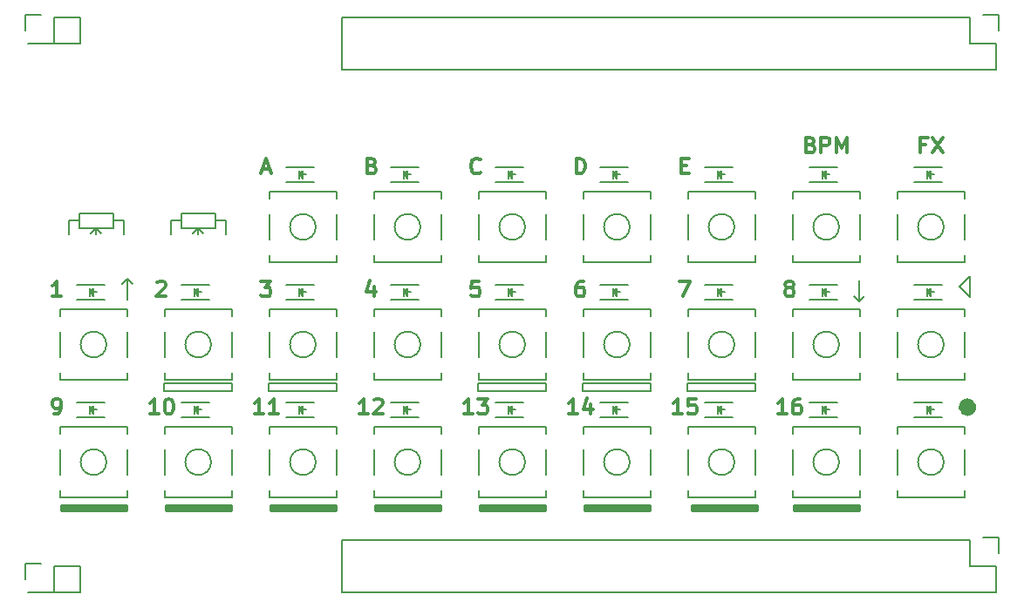
<source format=gto>
G04 #@! TF.FileFunction,Legend,Top*
%FSLAX46Y46*%
G04 Gerber Fmt 4.6, Leading zero omitted, Abs format (unit mm)*
G04 Created by KiCad (PCBNEW 4.0.4+dfsg1-stable) date Wed Nov 30 20:07:11 2016*
%MOMM*%
%LPD*%
G01*
G04 APERTURE LIST*
%ADD10C,0.100000*%
%ADD11C,0.200000*%
%ADD12C,0.300000*%
%ADD13C,1.000000*%
%ADD14C,0.150000*%
%ADD15C,0.254000*%
G04 APERTURE END LIST*
D10*
D11*
X161925000Y-109347000D02*
X161925000Y-111379000D01*
X161925000Y-111379000D02*
X162433000Y-110871000D01*
X161925000Y-111379000D02*
X161417000Y-110871000D01*
X90932000Y-109220000D02*
X91440000Y-109728000D01*
X90932000Y-109220000D02*
X90424000Y-109728000D01*
X90932000Y-111252000D02*
X90932000Y-109220000D01*
X135128000Y-119380000D02*
X141732000Y-119380000D01*
X141732000Y-120142000D02*
X135128000Y-120142000D01*
X141732000Y-119380000D02*
X141732000Y-120142000D01*
X135128000Y-119380000D02*
X135128000Y-120142000D01*
X124968000Y-119380000D02*
X131572000Y-119380000D01*
X131572000Y-120142000D02*
X124968000Y-120142000D01*
X131572000Y-119380000D02*
X131572000Y-120142000D01*
X124968000Y-119380000D02*
X124968000Y-120142000D01*
X104648000Y-119380000D02*
X104648000Y-120142000D01*
X111252000Y-119380000D02*
X111252000Y-120142000D01*
X111252000Y-120142000D02*
X104648000Y-120142000D01*
X104648000Y-119380000D02*
X111252000Y-119380000D01*
X94488000Y-119380000D02*
X101092000Y-119380000D01*
X101092000Y-120142000D02*
X94488000Y-120142000D01*
X101092000Y-119380000D02*
X101092000Y-120142000D01*
X94488000Y-119380000D02*
X94488000Y-120142000D01*
X145288000Y-119380000D02*
X145288000Y-120142000D01*
X151892000Y-119380000D02*
X151892000Y-120142000D01*
X151892000Y-120142000D02*
X145288000Y-120142000D01*
X145288000Y-119380000D02*
X151892000Y-119380000D01*
D12*
X144712572Y-98190857D02*
X145212572Y-98190857D01*
X145426858Y-98976571D02*
X144712572Y-98976571D01*
X144712572Y-97476571D01*
X145426858Y-97476571D01*
X134481143Y-98976571D02*
X134481143Y-97476571D01*
X134838286Y-97476571D01*
X135052571Y-97548000D01*
X135195429Y-97690857D01*
X135266857Y-97833714D01*
X135338286Y-98119429D01*
X135338286Y-98333714D01*
X135266857Y-98619429D01*
X135195429Y-98762286D01*
X135052571Y-98905143D01*
X134838286Y-98976571D01*
X134481143Y-98976571D01*
X125178286Y-98833714D02*
X125106857Y-98905143D01*
X124892571Y-98976571D01*
X124749714Y-98976571D01*
X124535429Y-98905143D01*
X124392571Y-98762286D01*
X124321143Y-98619429D01*
X124249714Y-98333714D01*
X124249714Y-98119429D01*
X124321143Y-97833714D01*
X124392571Y-97690857D01*
X124535429Y-97548000D01*
X124749714Y-97476571D01*
X124892571Y-97476571D01*
X125106857Y-97548000D01*
X125178286Y-97619429D01*
X114661143Y-98190857D02*
X114875429Y-98262286D01*
X114946857Y-98333714D01*
X115018286Y-98476571D01*
X115018286Y-98690857D01*
X114946857Y-98833714D01*
X114875429Y-98905143D01*
X114732571Y-98976571D01*
X114161143Y-98976571D01*
X114161143Y-97476571D01*
X114661143Y-97476571D01*
X114804000Y-97548000D01*
X114875429Y-97619429D01*
X114946857Y-97762286D01*
X114946857Y-97905143D01*
X114875429Y-98048000D01*
X114804000Y-98119429D01*
X114661143Y-98190857D01*
X114161143Y-98190857D01*
X104036857Y-98548000D02*
X104751143Y-98548000D01*
X103894000Y-98976571D02*
X104394000Y-97476571D01*
X104894000Y-98976571D01*
X157250000Y-96158857D02*
X157464286Y-96230286D01*
X157535714Y-96301714D01*
X157607143Y-96444571D01*
X157607143Y-96658857D01*
X157535714Y-96801714D01*
X157464286Y-96873143D01*
X157321428Y-96944571D01*
X156750000Y-96944571D01*
X156750000Y-95444571D01*
X157250000Y-95444571D01*
X157392857Y-95516000D01*
X157464286Y-95587429D01*
X157535714Y-95730286D01*
X157535714Y-95873143D01*
X157464286Y-96016000D01*
X157392857Y-96087429D01*
X157250000Y-96158857D01*
X156750000Y-96158857D01*
X158250000Y-96944571D02*
X158250000Y-95444571D01*
X158821428Y-95444571D01*
X158964286Y-95516000D01*
X159035714Y-95587429D01*
X159107143Y-95730286D01*
X159107143Y-95944571D01*
X159035714Y-96087429D01*
X158964286Y-96158857D01*
X158821428Y-96230286D01*
X158250000Y-96230286D01*
X159750000Y-96944571D02*
X159750000Y-95444571D01*
X160250000Y-96516000D01*
X160750000Y-95444571D01*
X160750000Y-96944571D01*
X168410001Y-96158857D02*
X167910001Y-96158857D01*
X167910001Y-96944571D02*
X167910001Y-95444571D01*
X168624287Y-95444571D01*
X169052858Y-95444571D02*
X170052858Y-96944571D01*
X170052858Y-95444571D02*
X169052858Y-96944571D01*
X154908286Y-122344571D02*
X154051143Y-122344571D01*
X154479715Y-122344571D02*
X154479715Y-120844571D01*
X154336858Y-121058857D01*
X154194000Y-121201714D01*
X154051143Y-121273143D01*
X156194000Y-120844571D02*
X155908286Y-120844571D01*
X155765429Y-120916000D01*
X155694000Y-120987429D01*
X155551143Y-121201714D01*
X155479714Y-121487429D01*
X155479714Y-122058857D01*
X155551143Y-122201714D01*
X155622571Y-122273143D01*
X155765429Y-122344571D01*
X156051143Y-122344571D01*
X156194000Y-122273143D01*
X156265429Y-122201714D01*
X156336857Y-122058857D01*
X156336857Y-121701714D01*
X156265429Y-121558857D01*
X156194000Y-121487429D01*
X156051143Y-121416000D01*
X155765429Y-121416000D01*
X155622571Y-121487429D01*
X155551143Y-121558857D01*
X155479714Y-121701714D01*
X144748286Y-122344571D02*
X143891143Y-122344571D01*
X144319715Y-122344571D02*
X144319715Y-120844571D01*
X144176858Y-121058857D01*
X144034000Y-121201714D01*
X143891143Y-121273143D01*
X146105429Y-120844571D02*
X145391143Y-120844571D01*
X145319714Y-121558857D01*
X145391143Y-121487429D01*
X145534000Y-121416000D01*
X145891143Y-121416000D01*
X146034000Y-121487429D01*
X146105429Y-121558857D01*
X146176857Y-121701714D01*
X146176857Y-122058857D01*
X146105429Y-122201714D01*
X146034000Y-122273143D01*
X145891143Y-122344571D01*
X145534000Y-122344571D01*
X145391143Y-122273143D01*
X145319714Y-122201714D01*
X134588286Y-122344571D02*
X133731143Y-122344571D01*
X134159715Y-122344571D02*
X134159715Y-120844571D01*
X134016858Y-121058857D01*
X133874000Y-121201714D01*
X133731143Y-121273143D01*
X135874000Y-121344571D02*
X135874000Y-122344571D01*
X135516857Y-120773143D02*
X135159714Y-121844571D01*
X136088286Y-121844571D01*
X124428286Y-122344571D02*
X123571143Y-122344571D01*
X123999715Y-122344571D02*
X123999715Y-120844571D01*
X123856858Y-121058857D01*
X123714000Y-121201714D01*
X123571143Y-121273143D01*
X124928286Y-120844571D02*
X125856857Y-120844571D01*
X125356857Y-121416000D01*
X125571143Y-121416000D01*
X125714000Y-121487429D01*
X125785429Y-121558857D01*
X125856857Y-121701714D01*
X125856857Y-122058857D01*
X125785429Y-122201714D01*
X125714000Y-122273143D01*
X125571143Y-122344571D01*
X125142571Y-122344571D01*
X124999714Y-122273143D01*
X124928286Y-122201714D01*
X114268286Y-122344571D02*
X113411143Y-122344571D01*
X113839715Y-122344571D02*
X113839715Y-120844571D01*
X113696858Y-121058857D01*
X113554000Y-121201714D01*
X113411143Y-121273143D01*
X114839714Y-120987429D02*
X114911143Y-120916000D01*
X115054000Y-120844571D01*
X115411143Y-120844571D01*
X115554000Y-120916000D01*
X115625429Y-120987429D01*
X115696857Y-121130286D01*
X115696857Y-121273143D01*
X115625429Y-121487429D01*
X114768286Y-122344571D01*
X115696857Y-122344571D01*
X104108286Y-122344571D02*
X103251143Y-122344571D01*
X103679715Y-122344571D02*
X103679715Y-120844571D01*
X103536858Y-121058857D01*
X103394000Y-121201714D01*
X103251143Y-121273143D01*
X105536857Y-122344571D02*
X104679714Y-122344571D01*
X105108286Y-122344571D02*
X105108286Y-120844571D01*
X104965429Y-121058857D01*
X104822571Y-121201714D01*
X104679714Y-121273143D01*
X93948286Y-122344571D02*
X93091143Y-122344571D01*
X93519715Y-122344571D02*
X93519715Y-120844571D01*
X93376858Y-121058857D01*
X93234000Y-121201714D01*
X93091143Y-121273143D01*
X94876857Y-120844571D02*
X95019714Y-120844571D01*
X95162571Y-120916000D01*
X95234000Y-120987429D01*
X95305429Y-121130286D01*
X95376857Y-121416000D01*
X95376857Y-121773143D01*
X95305429Y-122058857D01*
X95234000Y-122201714D01*
X95162571Y-122273143D01*
X95019714Y-122344571D01*
X94876857Y-122344571D01*
X94734000Y-122273143D01*
X94662571Y-122201714D01*
X94591143Y-122058857D01*
X94519714Y-121773143D01*
X94519714Y-121416000D01*
X94591143Y-121130286D01*
X94662571Y-120987429D01*
X94734000Y-120916000D01*
X94876857Y-120844571D01*
X83788286Y-122344571D02*
X84074001Y-122344571D01*
X84216858Y-122273143D01*
X84288286Y-122201714D01*
X84431144Y-121987429D01*
X84502572Y-121701714D01*
X84502572Y-121130286D01*
X84431144Y-120987429D01*
X84359715Y-120916000D01*
X84216858Y-120844571D01*
X83931144Y-120844571D01*
X83788286Y-120916000D01*
X83716858Y-120987429D01*
X83645429Y-121130286D01*
X83645429Y-121487429D01*
X83716858Y-121630286D01*
X83788286Y-121701714D01*
X83931144Y-121773143D01*
X84216858Y-121773143D01*
X84359715Y-121701714D01*
X84431144Y-121630286D01*
X84502572Y-121487429D01*
D11*
X172720000Y-110998000D02*
X172720000Y-108966000D01*
X171704000Y-109982000D02*
X172720000Y-110998000D01*
X172720000Y-108966000D02*
X171704000Y-109982000D01*
D13*
X172825210Y-121666000D02*
G75*
G03X172825210Y-121666000I-359210J0D01*
G01*
D12*
X155051144Y-110057429D02*
X154908286Y-109986000D01*
X154836858Y-109914571D01*
X154765429Y-109771714D01*
X154765429Y-109700286D01*
X154836858Y-109557429D01*
X154908286Y-109486000D01*
X155051144Y-109414571D01*
X155336858Y-109414571D01*
X155479715Y-109486000D01*
X155551144Y-109557429D01*
X155622572Y-109700286D01*
X155622572Y-109771714D01*
X155551144Y-109914571D01*
X155479715Y-109986000D01*
X155336858Y-110057429D01*
X155051144Y-110057429D01*
X154908286Y-110128857D01*
X154836858Y-110200286D01*
X154765429Y-110343143D01*
X154765429Y-110628857D01*
X154836858Y-110771714D01*
X154908286Y-110843143D01*
X155051144Y-110914571D01*
X155336858Y-110914571D01*
X155479715Y-110843143D01*
X155551144Y-110771714D01*
X155622572Y-110628857D01*
X155622572Y-110343143D01*
X155551144Y-110200286D01*
X155479715Y-110128857D01*
X155336858Y-110057429D01*
X144534001Y-109414571D02*
X145534001Y-109414571D01*
X144891144Y-110914571D01*
X135159715Y-109414571D02*
X134874001Y-109414571D01*
X134731144Y-109486000D01*
X134659715Y-109557429D01*
X134516858Y-109771714D01*
X134445429Y-110057429D01*
X134445429Y-110628857D01*
X134516858Y-110771714D01*
X134588286Y-110843143D01*
X134731144Y-110914571D01*
X135016858Y-110914571D01*
X135159715Y-110843143D01*
X135231144Y-110771714D01*
X135302572Y-110628857D01*
X135302572Y-110271714D01*
X135231144Y-110128857D01*
X135159715Y-110057429D01*
X135016858Y-109986000D01*
X134731144Y-109986000D01*
X134588286Y-110057429D01*
X134516858Y-110128857D01*
X134445429Y-110271714D01*
X125071144Y-109414571D02*
X124356858Y-109414571D01*
X124285429Y-110128857D01*
X124356858Y-110057429D01*
X124499715Y-109986000D01*
X124856858Y-109986000D01*
X124999715Y-110057429D01*
X125071144Y-110128857D01*
X125142572Y-110271714D01*
X125142572Y-110628857D01*
X125071144Y-110771714D01*
X124999715Y-110843143D01*
X124856858Y-110914571D01*
X124499715Y-110914571D01*
X124356858Y-110843143D01*
X124285429Y-110771714D01*
X114839715Y-109914571D02*
X114839715Y-110914571D01*
X114482572Y-109343143D02*
X114125429Y-110414571D01*
X115054001Y-110414571D01*
X103894001Y-109414571D02*
X104822572Y-109414571D01*
X104322572Y-109986000D01*
X104536858Y-109986000D01*
X104679715Y-110057429D01*
X104751144Y-110128857D01*
X104822572Y-110271714D01*
X104822572Y-110628857D01*
X104751144Y-110771714D01*
X104679715Y-110843143D01*
X104536858Y-110914571D01*
X104108286Y-110914571D01*
X103965429Y-110843143D01*
X103894001Y-110771714D01*
X93805429Y-109557429D02*
X93876858Y-109486000D01*
X94019715Y-109414571D01*
X94376858Y-109414571D01*
X94519715Y-109486000D01*
X94591144Y-109557429D01*
X94662572Y-109700286D01*
X94662572Y-109843143D01*
X94591144Y-110057429D01*
X93734001Y-110914571D01*
X94662572Y-110914571D01*
X84502572Y-110914571D02*
X83645429Y-110914571D01*
X84074001Y-110914571D02*
X84074001Y-109414571D01*
X83931144Y-109628857D01*
X83788286Y-109771714D01*
X83645429Y-109843143D01*
D14*
X88880000Y-115570000D02*
G75*
G03X88880000Y-115570000I-1250000J0D01*
G01*
X90880000Y-118320000D02*
X90880000Y-118970000D01*
X90880000Y-118970000D02*
X84380000Y-118970000D01*
X84380000Y-118970000D02*
X84380000Y-118320000D01*
X90880000Y-112820000D02*
X90880000Y-112170000D01*
X90880000Y-112170000D02*
X84380000Y-112170000D01*
X84380000Y-112170000D02*
X84380000Y-112820000D01*
X90880000Y-114320000D02*
X90880000Y-116820000D01*
X84380000Y-114320000D02*
X84380000Y-116820000D01*
X99040000Y-115570000D02*
G75*
G03X99040000Y-115570000I-1250000J0D01*
G01*
X101040000Y-118320000D02*
X101040000Y-118970000D01*
X101040000Y-118970000D02*
X94540000Y-118970000D01*
X94540000Y-118970000D02*
X94540000Y-118320000D01*
X101040000Y-112820000D02*
X101040000Y-112170000D01*
X101040000Y-112170000D02*
X94540000Y-112170000D01*
X94540000Y-112170000D02*
X94540000Y-112820000D01*
X101040000Y-114320000D02*
X101040000Y-116820000D01*
X94540000Y-114320000D02*
X94540000Y-116820000D01*
X109200000Y-115570000D02*
G75*
G03X109200000Y-115570000I-1250000J0D01*
G01*
X111200000Y-118320000D02*
X111200000Y-118970000D01*
X111200000Y-118970000D02*
X104700000Y-118970000D01*
X104700000Y-118970000D02*
X104700000Y-118320000D01*
X111200000Y-112820000D02*
X111200000Y-112170000D01*
X111200000Y-112170000D02*
X104700000Y-112170000D01*
X104700000Y-112170000D02*
X104700000Y-112820000D01*
X111200000Y-114320000D02*
X111200000Y-116820000D01*
X104700000Y-114320000D02*
X104700000Y-116820000D01*
X119360000Y-115570000D02*
G75*
G03X119360000Y-115570000I-1250000J0D01*
G01*
X121360000Y-118320000D02*
X121360000Y-118970000D01*
X121360000Y-118970000D02*
X114860000Y-118970000D01*
X114860000Y-118970000D02*
X114860000Y-118320000D01*
X121360000Y-112820000D02*
X121360000Y-112170000D01*
X121360000Y-112170000D02*
X114860000Y-112170000D01*
X114860000Y-112170000D02*
X114860000Y-112820000D01*
X121360000Y-114320000D02*
X121360000Y-116820000D01*
X114860000Y-114320000D02*
X114860000Y-116820000D01*
X129520000Y-115570000D02*
G75*
G03X129520000Y-115570000I-1250000J0D01*
G01*
X131520000Y-118320000D02*
X131520000Y-118970000D01*
X131520000Y-118970000D02*
X125020000Y-118970000D01*
X125020000Y-118970000D02*
X125020000Y-118320000D01*
X131520000Y-112820000D02*
X131520000Y-112170000D01*
X131520000Y-112170000D02*
X125020000Y-112170000D01*
X125020000Y-112170000D02*
X125020000Y-112820000D01*
X131520000Y-114320000D02*
X131520000Y-116820000D01*
X125020000Y-114320000D02*
X125020000Y-116820000D01*
X139680000Y-115570000D02*
G75*
G03X139680000Y-115570000I-1250000J0D01*
G01*
X141680000Y-118320000D02*
X141680000Y-118970000D01*
X141680000Y-118970000D02*
X135180000Y-118970000D01*
X135180000Y-118970000D02*
X135180000Y-118320000D01*
X141680000Y-112820000D02*
X141680000Y-112170000D01*
X141680000Y-112170000D02*
X135180000Y-112170000D01*
X135180000Y-112170000D02*
X135180000Y-112820000D01*
X141680000Y-114320000D02*
X141680000Y-116820000D01*
X135180000Y-114320000D02*
X135180000Y-116820000D01*
X149840000Y-115570000D02*
G75*
G03X149840000Y-115570000I-1250000J0D01*
G01*
X151840000Y-118320000D02*
X151840000Y-118970000D01*
X151840000Y-118970000D02*
X145340000Y-118970000D01*
X145340000Y-118970000D02*
X145340000Y-118320000D01*
X151840000Y-112820000D02*
X151840000Y-112170000D01*
X151840000Y-112170000D02*
X145340000Y-112170000D01*
X145340000Y-112170000D02*
X145340000Y-112820000D01*
X151840000Y-114320000D02*
X151840000Y-116820000D01*
X145340000Y-114320000D02*
X145340000Y-116820000D01*
X160000000Y-115570000D02*
G75*
G03X160000000Y-115570000I-1250000J0D01*
G01*
X162000000Y-118320000D02*
X162000000Y-118970000D01*
X162000000Y-118970000D02*
X155500000Y-118970000D01*
X155500000Y-118970000D02*
X155500000Y-118320000D01*
X162000000Y-112820000D02*
X162000000Y-112170000D01*
X162000000Y-112170000D02*
X155500000Y-112170000D01*
X155500000Y-112170000D02*
X155500000Y-112820000D01*
X162000000Y-114320000D02*
X162000000Y-116820000D01*
X155500000Y-114320000D02*
X155500000Y-116820000D01*
X88880000Y-127000000D02*
G75*
G03X88880000Y-127000000I-1250000J0D01*
G01*
X90880000Y-129750000D02*
X90880000Y-130400000D01*
X90880000Y-130400000D02*
X84380000Y-130400000D01*
X84380000Y-130400000D02*
X84380000Y-129750000D01*
X90880000Y-124250000D02*
X90880000Y-123600000D01*
X90880000Y-123600000D02*
X84380000Y-123600000D01*
X84380000Y-123600000D02*
X84380000Y-124250000D01*
X90880000Y-125750000D02*
X90880000Y-128250000D01*
X84380000Y-125750000D02*
X84380000Y-128250000D01*
X99040000Y-127000000D02*
G75*
G03X99040000Y-127000000I-1250000J0D01*
G01*
X101040000Y-129750000D02*
X101040000Y-130400000D01*
X101040000Y-130400000D02*
X94540000Y-130400000D01*
X94540000Y-130400000D02*
X94540000Y-129750000D01*
X101040000Y-124250000D02*
X101040000Y-123600000D01*
X101040000Y-123600000D02*
X94540000Y-123600000D01*
X94540000Y-123600000D02*
X94540000Y-124250000D01*
X101040000Y-125750000D02*
X101040000Y-128250000D01*
X94540000Y-125750000D02*
X94540000Y-128250000D01*
X109200000Y-127000000D02*
G75*
G03X109200000Y-127000000I-1250000J0D01*
G01*
X111200000Y-129750000D02*
X111200000Y-130400000D01*
X111200000Y-130400000D02*
X104700000Y-130400000D01*
X104700000Y-130400000D02*
X104700000Y-129750000D01*
X111200000Y-124250000D02*
X111200000Y-123600000D01*
X111200000Y-123600000D02*
X104700000Y-123600000D01*
X104700000Y-123600000D02*
X104700000Y-124250000D01*
X111200000Y-125750000D02*
X111200000Y-128250000D01*
X104700000Y-125750000D02*
X104700000Y-128250000D01*
X119360000Y-127000000D02*
G75*
G03X119360000Y-127000000I-1250000J0D01*
G01*
X121360000Y-129750000D02*
X121360000Y-130400000D01*
X121360000Y-130400000D02*
X114860000Y-130400000D01*
X114860000Y-130400000D02*
X114860000Y-129750000D01*
X121360000Y-124250000D02*
X121360000Y-123600000D01*
X121360000Y-123600000D02*
X114860000Y-123600000D01*
X114860000Y-123600000D02*
X114860000Y-124250000D01*
X121360000Y-125750000D02*
X121360000Y-128250000D01*
X114860000Y-125750000D02*
X114860000Y-128250000D01*
X129520000Y-127000000D02*
G75*
G03X129520000Y-127000000I-1250000J0D01*
G01*
X131520000Y-129750000D02*
X131520000Y-130400000D01*
X131520000Y-130400000D02*
X125020000Y-130400000D01*
X125020000Y-130400000D02*
X125020000Y-129750000D01*
X131520000Y-124250000D02*
X131520000Y-123600000D01*
X131520000Y-123600000D02*
X125020000Y-123600000D01*
X125020000Y-123600000D02*
X125020000Y-124250000D01*
X131520000Y-125750000D02*
X131520000Y-128250000D01*
X125020000Y-125750000D02*
X125020000Y-128250000D01*
X139680000Y-127000000D02*
G75*
G03X139680000Y-127000000I-1250000J0D01*
G01*
X141680000Y-129750000D02*
X141680000Y-130400000D01*
X141680000Y-130400000D02*
X135180000Y-130400000D01*
X135180000Y-130400000D02*
X135180000Y-129750000D01*
X141680000Y-124250000D02*
X141680000Y-123600000D01*
X141680000Y-123600000D02*
X135180000Y-123600000D01*
X135180000Y-123600000D02*
X135180000Y-124250000D01*
X141680000Y-125750000D02*
X141680000Y-128250000D01*
X135180000Y-125750000D02*
X135180000Y-128250000D01*
X149840000Y-127000000D02*
G75*
G03X149840000Y-127000000I-1250000J0D01*
G01*
X151840000Y-129750000D02*
X151840000Y-130400000D01*
X151840000Y-130400000D02*
X145340000Y-130400000D01*
X145340000Y-130400000D02*
X145340000Y-129750000D01*
X151840000Y-124250000D02*
X151840000Y-123600000D01*
X151840000Y-123600000D02*
X145340000Y-123600000D01*
X145340000Y-123600000D02*
X145340000Y-124250000D01*
X151840000Y-125750000D02*
X151840000Y-128250000D01*
X145340000Y-125750000D02*
X145340000Y-128250000D01*
X160000000Y-127000000D02*
G75*
G03X160000000Y-127000000I-1250000J0D01*
G01*
X162000000Y-129750000D02*
X162000000Y-130400000D01*
X162000000Y-130400000D02*
X155500000Y-130400000D01*
X155500000Y-130400000D02*
X155500000Y-129750000D01*
X162000000Y-124250000D02*
X162000000Y-123600000D01*
X162000000Y-123600000D02*
X155500000Y-123600000D01*
X155500000Y-123600000D02*
X155500000Y-124250000D01*
X162000000Y-125750000D02*
X162000000Y-128250000D01*
X155500000Y-125750000D02*
X155500000Y-128250000D01*
X172720000Y-83820000D02*
X111760000Y-83820000D01*
X111760000Y-88900000D02*
X175260000Y-88900000D01*
X111760000Y-88900000D02*
X111760000Y-83820000D01*
X175260000Y-88900000D02*
X175260000Y-86360000D01*
X175540000Y-85090000D02*
X175540000Y-83540000D01*
X175260000Y-86360000D02*
X172720000Y-86360000D01*
X172720000Y-86360000D02*
X172720000Y-83820000D01*
X175540000Y-83540000D02*
X173990000Y-83540000D01*
X172720000Y-134620000D02*
X111760000Y-134620000D01*
X111760000Y-139700000D02*
X175260000Y-139700000D01*
X111760000Y-139700000D02*
X111760000Y-134620000D01*
X175260000Y-139700000D02*
X175260000Y-137160000D01*
X175540000Y-135890000D02*
X175540000Y-134340000D01*
X175260000Y-137160000D02*
X172720000Y-137160000D01*
X172720000Y-137160000D02*
X172720000Y-134620000D01*
X175540000Y-134340000D02*
X173990000Y-134340000D01*
X170160000Y-115570000D02*
G75*
G03X170160000Y-115570000I-1250000J0D01*
G01*
X172160000Y-118320000D02*
X172160000Y-118970000D01*
X172160000Y-118970000D02*
X165660000Y-118970000D01*
X165660000Y-118970000D02*
X165660000Y-118320000D01*
X172160000Y-112820000D02*
X172160000Y-112170000D01*
X172160000Y-112170000D02*
X165660000Y-112170000D01*
X165660000Y-112170000D02*
X165660000Y-112820000D01*
X172160000Y-114320000D02*
X172160000Y-116820000D01*
X165660000Y-114320000D02*
X165660000Y-116820000D01*
X170160000Y-127000000D02*
G75*
G03X170160000Y-127000000I-1250000J0D01*
G01*
X172160000Y-129750000D02*
X172160000Y-130400000D01*
X172160000Y-130400000D02*
X165660000Y-130400000D01*
X165660000Y-130400000D02*
X165660000Y-129750000D01*
X172160000Y-124250000D02*
X172160000Y-123600000D01*
X172160000Y-123600000D02*
X165660000Y-123600000D01*
X165660000Y-123600000D02*
X165660000Y-124250000D01*
X172160000Y-125750000D02*
X172160000Y-128250000D01*
X165660000Y-125750000D02*
X165660000Y-128250000D01*
X81000000Y-85090000D02*
X81000000Y-83540000D01*
X82550000Y-83540000D02*
X81000000Y-83540000D01*
X81280000Y-86360000D02*
X83820000Y-86360000D01*
X86360000Y-83820000D02*
X83820000Y-83820000D01*
X83820000Y-83820000D02*
X83820000Y-86360000D01*
X83820000Y-86360000D02*
X86360000Y-86360000D01*
X86360000Y-86360000D02*
X86360000Y-83820000D01*
X81000000Y-138430000D02*
X81000000Y-136880000D01*
X82550000Y-136880000D02*
X81000000Y-136880000D01*
X81280000Y-139700000D02*
X83820000Y-139700000D01*
X86360000Y-137160000D02*
X83820000Y-137160000D01*
X83820000Y-137160000D02*
X83820000Y-139700000D01*
X83820000Y-139700000D02*
X86360000Y-139700000D01*
X86360000Y-139700000D02*
X86360000Y-137160000D01*
X170160000Y-104140000D02*
G75*
G03X170160000Y-104140000I-1250000J0D01*
G01*
X172160000Y-106890000D02*
X172160000Y-107540000D01*
X172160000Y-107540000D02*
X165660000Y-107540000D01*
X165660000Y-107540000D02*
X165660000Y-106890000D01*
X172160000Y-101390000D02*
X172160000Y-100740000D01*
X172160000Y-100740000D02*
X165660000Y-100740000D01*
X165660000Y-100740000D02*
X165660000Y-101390000D01*
X172160000Y-102890000D02*
X172160000Y-105390000D01*
X165660000Y-102890000D02*
X165660000Y-105390000D01*
X109200000Y-104140000D02*
G75*
G03X109200000Y-104140000I-1250000J0D01*
G01*
X111200000Y-106890000D02*
X111200000Y-107540000D01*
X111200000Y-107540000D02*
X104700000Y-107540000D01*
X104700000Y-107540000D02*
X104700000Y-106890000D01*
X111200000Y-101390000D02*
X111200000Y-100740000D01*
X111200000Y-100740000D02*
X104700000Y-100740000D01*
X104700000Y-100740000D02*
X104700000Y-101390000D01*
X111200000Y-102890000D02*
X111200000Y-105390000D01*
X104700000Y-102890000D02*
X104700000Y-105390000D01*
X119360000Y-104140000D02*
G75*
G03X119360000Y-104140000I-1250000J0D01*
G01*
X121360000Y-106890000D02*
X121360000Y-107540000D01*
X121360000Y-107540000D02*
X114860000Y-107540000D01*
X114860000Y-107540000D02*
X114860000Y-106890000D01*
X121360000Y-101390000D02*
X121360000Y-100740000D01*
X121360000Y-100740000D02*
X114860000Y-100740000D01*
X114860000Y-100740000D02*
X114860000Y-101390000D01*
X121360000Y-102890000D02*
X121360000Y-105390000D01*
X114860000Y-102890000D02*
X114860000Y-105390000D01*
X129520000Y-104140000D02*
G75*
G03X129520000Y-104140000I-1250000J0D01*
G01*
X131520000Y-106890000D02*
X131520000Y-107540000D01*
X131520000Y-107540000D02*
X125020000Y-107540000D01*
X125020000Y-107540000D02*
X125020000Y-106890000D01*
X131520000Y-101390000D02*
X131520000Y-100740000D01*
X131520000Y-100740000D02*
X125020000Y-100740000D01*
X125020000Y-100740000D02*
X125020000Y-101390000D01*
X131520000Y-102890000D02*
X131520000Y-105390000D01*
X125020000Y-102890000D02*
X125020000Y-105390000D01*
X139680000Y-104140000D02*
G75*
G03X139680000Y-104140000I-1250000J0D01*
G01*
X141680000Y-106890000D02*
X141680000Y-107540000D01*
X141680000Y-107540000D02*
X135180000Y-107540000D01*
X135180000Y-107540000D02*
X135180000Y-106890000D01*
X141680000Y-101390000D02*
X141680000Y-100740000D01*
X141680000Y-100740000D02*
X135180000Y-100740000D01*
X135180000Y-100740000D02*
X135180000Y-101390000D01*
X141680000Y-102890000D02*
X141680000Y-105390000D01*
X135180000Y-102890000D02*
X135180000Y-105390000D01*
X149840000Y-104140000D02*
G75*
G03X149840000Y-104140000I-1250000J0D01*
G01*
X151840000Y-106890000D02*
X151840000Y-107540000D01*
X151840000Y-107540000D02*
X145340000Y-107540000D01*
X145340000Y-107540000D02*
X145340000Y-106890000D01*
X151840000Y-101390000D02*
X151840000Y-100740000D01*
X151840000Y-100740000D02*
X145340000Y-100740000D01*
X145340000Y-100740000D02*
X145340000Y-101390000D01*
X151840000Y-102890000D02*
X151840000Y-105390000D01*
X145340000Y-102890000D02*
X145340000Y-105390000D01*
X160000000Y-104140000D02*
G75*
G03X160000000Y-104140000I-1250000J0D01*
G01*
X162000000Y-106890000D02*
X162000000Y-107540000D01*
X162000000Y-107540000D02*
X155500000Y-107540000D01*
X155500000Y-107540000D02*
X155500000Y-106890000D01*
X162000000Y-101390000D02*
X162000000Y-100740000D01*
X162000000Y-100740000D02*
X155500000Y-100740000D01*
X155500000Y-100740000D02*
X155500000Y-101390000D01*
X162000000Y-102890000D02*
X162000000Y-105390000D01*
X155500000Y-102890000D02*
X155500000Y-105390000D01*
X126670000Y-122670000D02*
X129370000Y-122670000D01*
X126670000Y-121170000D02*
X129370000Y-121170000D01*
X128170000Y-122070000D02*
X128170000Y-121820000D01*
X128170000Y-121820000D02*
X128020000Y-121970000D01*
X127920000Y-121570000D02*
X127920000Y-122270000D01*
X128270000Y-121920000D02*
X128620000Y-121920000D01*
X127920000Y-121920000D02*
X128270000Y-121570000D01*
X128270000Y-121570000D02*
X128270000Y-122270000D01*
X128270000Y-122270000D02*
X127920000Y-121920000D01*
X136830000Y-122670000D02*
X139530000Y-122670000D01*
X136830000Y-121170000D02*
X139530000Y-121170000D01*
X138330000Y-122070000D02*
X138330000Y-121820000D01*
X138330000Y-121820000D02*
X138180000Y-121970000D01*
X138080000Y-121570000D02*
X138080000Y-122270000D01*
X138430000Y-121920000D02*
X138780000Y-121920000D01*
X138080000Y-121920000D02*
X138430000Y-121570000D01*
X138430000Y-121570000D02*
X138430000Y-122270000D01*
X138430000Y-122270000D02*
X138080000Y-121920000D01*
X146990000Y-122670000D02*
X149690000Y-122670000D01*
X146990000Y-121170000D02*
X149690000Y-121170000D01*
X148490000Y-122070000D02*
X148490000Y-121820000D01*
X148490000Y-121820000D02*
X148340000Y-121970000D01*
X148240000Y-121570000D02*
X148240000Y-122270000D01*
X148590000Y-121920000D02*
X148940000Y-121920000D01*
X148240000Y-121920000D02*
X148590000Y-121570000D01*
X148590000Y-121570000D02*
X148590000Y-122270000D01*
X148590000Y-122270000D02*
X148240000Y-121920000D01*
X157150000Y-122670000D02*
X159850000Y-122670000D01*
X157150000Y-121170000D02*
X159850000Y-121170000D01*
X158650000Y-122070000D02*
X158650000Y-121820000D01*
X158650000Y-121820000D02*
X158500000Y-121970000D01*
X158400000Y-121570000D02*
X158400000Y-122270000D01*
X158750000Y-121920000D02*
X159100000Y-121920000D01*
X158400000Y-121920000D02*
X158750000Y-121570000D01*
X158750000Y-121570000D02*
X158750000Y-122270000D01*
X158750000Y-122270000D02*
X158400000Y-121920000D01*
X167310000Y-122670000D02*
X170010000Y-122670000D01*
X167310000Y-121170000D02*
X170010000Y-121170000D01*
X168810000Y-122070000D02*
X168810000Y-121820000D01*
X168810000Y-121820000D02*
X168660000Y-121970000D01*
X168560000Y-121570000D02*
X168560000Y-122270000D01*
X168910000Y-121920000D02*
X169260000Y-121920000D01*
X168560000Y-121920000D02*
X168910000Y-121570000D01*
X168910000Y-121570000D02*
X168910000Y-122270000D01*
X168910000Y-122270000D02*
X168560000Y-121920000D01*
X126670000Y-111240000D02*
X129370000Y-111240000D01*
X126670000Y-109740000D02*
X129370000Y-109740000D01*
X128170000Y-110640000D02*
X128170000Y-110390000D01*
X128170000Y-110390000D02*
X128020000Y-110540000D01*
X127920000Y-110140000D02*
X127920000Y-110840000D01*
X128270000Y-110490000D02*
X128620000Y-110490000D01*
X127920000Y-110490000D02*
X128270000Y-110140000D01*
X128270000Y-110140000D02*
X128270000Y-110840000D01*
X128270000Y-110840000D02*
X127920000Y-110490000D01*
X136830000Y-111240000D02*
X139530000Y-111240000D01*
X136830000Y-109740000D02*
X139530000Y-109740000D01*
X138330000Y-110640000D02*
X138330000Y-110390000D01*
X138330000Y-110390000D02*
X138180000Y-110540000D01*
X138080000Y-110140000D02*
X138080000Y-110840000D01*
X138430000Y-110490000D02*
X138780000Y-110490000D01*
X138080000Y-110490000D02*
X138430000Y-110140000D01*
X138430000Y-110140000D02*
X138430000Y-110840000D01*
X138430000Y-110840000D02*
X138080000Y-110490000D01*
X146990000Y-111240000D02*
X149690000Y-111240000D01*
X146990000Y-109740000D02*
X149690000Y-109740000D01*
X148490000Y-110640000D02*
X148490000Y-110390000D01*
X148490000Y-110390000D02*
X148340000Y-110540000D01*
X148240000Y-110140000D02*
X148240000Y-110840000D01*
X148590000Y-110490000D02*
X148940000Y-110490000D01*
X148240000Y-110490000D02*
X148590000Y-110140000D01*
X148590000Y-110140000D02*
X148590000Y-110840000D01*
X148590000Y-110840000D02*
X148240000Y-110490000D01*
X157150000Y-111240000D02*
X159850000Y-111240000D01*
X157150000Y-109740000D02*
X159850000Y-109740000D01*
X158650000Y-110640000D02*
X158650000Y-110390000D01*
X158650000Y-110390000D02*
X158500000Y-110540000D01*
X158400000Y-110140000D02*
X158400000Y-110840000D01*
X158750000Y-110490000D02*
X159100000Y-110490000D01*
X158400000Y-110490000D02*
X158750000Y-110140000D01*
X158750000Y-110140000D02*
X158750000Y-110840000D01*
X158750000Y-110840000D02*
X158400000Y-110490000D01*
X167310000Y-111240000D02*
X170010000Y-111240000D01*
X167310000Y-109740000D02*
X170010000Y-109740000D01*
X168810000Y-110640000D02*
X168810000Y-110390000D01*
X168810000Y-110390000D02*
X168660000Y-110540000D01*
X168560000Y-110140000D02*
X168560000Y-110840000D01*
X168910000Y-110490000D02*
X169260000Y-110490000D01*
X168560000Y-110490000D02*
X168910000Y-110140000D01*
X168910000Y-110140000D02*
X168910000Y-110840000D01*
X168910000Y-110840000D02*
X168560000Y-110490000D01*
X126670000Y-99810000D02*
X129370000Y-99810000D01*
X126670000Y-98310000D02*
X129370000Y-98310000D01*
X128170000Y-99210000D02*
X128170000Y-98960000D01*
X128170000Y-98960000D02*
X128020000Y-99110000D01*
X127920000Y-98710000D02*
X127920000Y-99410000D01*
X128270000Y-99060000D02*
X128620000Y-99060000D01*
X127920000Y-99060000D02*
X128270000Y-98710000D01*
X128270000Y-98710000D02*
X128270000Y-99410000D01*
X128270000Y-99410000D02*
X127920000Y-99060000D01*
X136830000Y-99810000D02*
X139530000Y-99810000D01*
X136830000Y-98310000D02*
X139530000Y-98310000D01*
X138330000Y-99210000D02*
X138330000Y-98960000D01*
X138330000Y-98960000D02*
X138180000Y-99110000D01*
X138080000Y-98710000D02*
X138080000Y-99410000D01*
X138430000Y-99060000D02*
X138780000Y-99060000D01*
X138080000Y-99060000D02*
X138430000Y-98710000D01*
X138430000Y-98710000D02*
X138430000Y-99410000D01*
X138430000Y-99410000D02*
X138080000Y-99060000D01*
X146990000Y-99810000D02*
X149690000Y-99810000D01*
X146990000Y-98310000D02*
X149690000Y-98310000D01*
X148490000Y-99210000D02*
X148490000Y-98960000D01*
X148490000Y-98960000D02*
X148340000Y-99110000D01*
X148240000Y-98710000D02*
X148240000Y-99410000D01*
X148590000Y-99060000D02*
X148940000Y-99060000D01*
X148240000Y-99060000D02*
X148590000Y-98710000D01*
X148590000Y-98710000D02*
X148590000Y-99410000D01*
X148590000Y-99410000D02*
X148240000Y-99060000D01*
X157150000Y-99810000D02*
X159850000Y-99810000D01*
X157150000Y-98310000D02*
X159850000Y-98310000D01*
X158650000Y-99210000D02*
X158650000Y-98960000D01*
X158650000Y-98960000D02*
X158500000Y-99110000D01*
X158400000Y-98710000D02*
X158400000Y-99410000D01*
X158750000Y-99060000D02*
X159100000Y-99060000D01*
X158400000Y-99060000D02*
X158750000Y-98710000D01*
X158750000Y-98710000D02*
X158750000Y-99410000D01*
X158750000Y-99410000D02*
X158400000Y-99060000D01*
X167310000Y-99810000D02*
X170010000Y-99810000D01*
X167310000Y-98310000D02*
X170010000Y-98310000D01*
X168810000Y-99210000D02*
X168810000Y-98960000D01*
X168810000Y-98960000D02*
X168660000Y-99110000D01*
X168560000Y-98710000D02*
X168560000Y-99410000D01*
X168910000Y-99060000D02*
X169260000Y-99060000D01*
X168560000Y-99060000D02*
X168910000Y-98710000D01*
X168910000Y-98710000D02*
X168910000Y-99410000D01*
X168910000Y-99410000D02*
X168560000Y-99060000D01*
X106350000Y-99810000D02*
X109050000Y-99810000D01*
X106350000Y-98310000D02*
X109050000Y-98310000D01*
X107850000Y-99210000D02*
X107850000Y-98960000D01*
X107850000Y-98960000D02*
X107700000Y-99110000D01*
X107600000Y-98710000D02*
X107600000Y-99410000D01*
X107950000Y-99060000D02*
X108300000Y-99060000D01*
X107600000Y-99060000D02*
X107950000Y-98710000D01*
X107950000Y-98710000D02*
X107950000Y-99410000D01*
X107950000Y-99410000D02*
X107600000Y-99060000D01*
X116510000Y-111240000D02*
X119210000Y-111240000D01*
X116510000Y-109740000D02*
X119210000Y-109740000D01*
X118010000Y-110640000D02*
X118010000Y-110390000D01*
X118010000Y-110390000D02*
X117860000Y-110540000D01*
X117760000Y-110140000D02*
X117760000Y-110840000D01*
X118110000Y-110490000D02*
X118460000Y-110490000D01*
X117760000Y-110490000D02*
X118110000Y-110140000D01*
X118110000Y-110140000D02*
X118110000Y-110840000D01*
X118110000Y-110840000D02*
X117760000Y-110490000D01*
X106350000Y-111240000D02*
X109050000Y-111240000D01*
X106350000Y-109740000D02*
X109050000Y-109740000D01*
X107850000Y-110640000D02*
X107850000Y-110390000D01*
X107850000Y-110390000D02*
X107700000Y-110540000D01*
X107600000Y-110140000D02*
X107600000Y-110840000D01*
X107950000Y-110490000D02*
X108300000Y-110490000D01*
X107600000Y-110490000D02*
X107950000Y-110140000D01*
X107950000Y-110140000D02*
X107950000Y-110840000D01*
X107950000Y-110840000D02*
X107600000Y-110490000D01*
X96190000Y-111240000D02*
X98890000Y-111240000D01*
X96190000Y-109740000D02*
X98890000Y-109740000D01*
X97690000Y-110640000D02*
X97690000Y-110390000D01*
X97690000Y-110390000D02*
X97540000Y-110540000D01*
X97440000Y-110140000D02*
X97440000Y-110840000D01*
X97790000Y-110490000D02*
X98140000Y-110490000D01*
X97440000Y-110490000D02*
X97790000Y-110140000D01*
X97790000Y-110140000D02*
X97790000Y-110840000D01*
X97790000Y-110840000D02*
X97440000Y-110490000D01*
X86030000Y-111240000D02*
X88730000Y-111240000D01*
X86030000Y-109740000D02*
X88730000Y-109740000D01*
X87530000Y-110640000D02*
X87530000Y-110390000D01*
X87530000Y-110390000D02*
X87380000Y-110540000D01*
X87280000Y-110140000D02*
X87280000Y-110840000D01*
X87630000Y-110490000D02*
X87980000Y-110490000D01*
X87280000Y-110490000D02*
X87630000Y-110140000D01*
X87630000Y-110140000D02*
X87630000Y-110840000D01*
X87630000Y-110840000D02*
X87280000Y-110490000D01*
X116510000Y-99810000D02*
X119210000Y-99810000D01*
X116510000Y-98310000D02*
X119210000Y-98310000D01*
X118010000Y-99210000D02*
X118010000Y-98960000D01*
X118010000Y-98960000D02*
X117860000Y-99110000D01*
X117760000Y-98710000D02*
X117760000Y-99410000D01*
X118110000Y-99060000D02*
X118460000Y-99060000D01*
X117760000Y-99060000D02*
X118110000Y-98710000D01*
X118110000Y-98710000D02*
X118110000Y-99410000D01*
X118110000Y-99410000D02*
X117760000Y-99060000D01*
X116510000Y-122670000D02*
X119210000Y-122670000D01*
X116510000Y-121170000D02*
X119210000Y-121170000D01*
X118010000Y-122070000D02*
X118010000Y-121820000D01*
X118010000Y-121820000D02*
X117860000Y-121970000D01*
X117760000Y-121570000D02*
X117760000Y-122270000D01*
X118110000Y-121920000D02*
X118460000Y-121920000D01*
X117760000Y-121920000D02*
X118110000Y-121570000D01*
X118110000Y-121570000D02*
X118110000Y-122270000D01*
X118110000Y-122270000D02*
X117760000Y-121920000D01*
X106350000Y-122670000D02*
X109050000Y-122670000D01*
X106350000Y-121170000D02*
X109050000Y-121170000D01*
X107850000Y-122070000D02*
X107850000Y-121820000D01*
X107850000Y-121820000D02*
X107700000Y-121970000D01*
X107600000Y-121570000D02*
X107600000Y-122270000D01*
X107950000Y-121920000D02*
X108300000Y-121920000D01*
X107600000Y-121920000D02*
X107950000Y-121570000D01*
X107950000Y-121570000D02*
X107950000Y-122270000D01*
X107950000Y-122270000D02*
X107600000Y-121920000D01*
X96190000Y-122670000D02*
X98890000Y-122670000D01*
X96190000Y-121170000D02*
X98890000Y-121170000D01*
X97690000Y-122070000D02*
X97690000Y-121820000D01*
X97690000Y-121820000D02*
X97540000Y-121970000D01*
X97440000Y-121570000D02*
X97440000Y-122270000D01*
X97790000Y-121920000D02*
X98140000Y-121920000D01*
X97440000Y-121920000D02*
X97790000Y-121570000D01*
X97790000Y-121570000D02*
X97790000Y-122270000D01*
X97790000Y-122270000D02*
X97440000Y-121920000D01*
X86030000Y-122670000D02*
X88730000Y-122670000D01*
X86030000Y-121170000D02*
X88730000Y-121170000D01*
X87530000Y-122070000D02*
X87530000Y-121820000D01*
X87530000Y-121820000D02*
X87380000Y-121970000D01*
X87280000Y-121570000D02*
X87280000Y-122270000D01*
X87630000Y-121920000D02*
X87980000Y-121920000D01*
X87280000Y-121920000D02*
X87630000Y-121570000D01*
X87630000Y-121570000D02*
X87630000Y-122270000D01*
X87630000Y-122270000D02*
X87280000Y-121920000D01*
X99441000Y-103505000D02*
X100457000Y-103505000D01*
X100457000Y-103505000D02*
X100457000Y-104902000D01*
X96139000Y-103505000D02*
X95123000Y-103505000D01*
X95123000Y-103505000D02*
X95123000Y-104902000D01*
X97790000Y-104267000D02*
X97790000Y-104902000D01*
X97790000Y-104267000D02*
X98298000Y-104775000D01*
X97790000Y-104267000D02*
X97282000Y-104775000D01*
X96139000Y-104267000D02*
X96139000Y-102870000D01*
X96139000Y-102870000D02*
X99441000Y-102870000D01*
X99441000Y-102870000D02*
X99441000Y-104267000D01*
X99441000Y-104267000D02*
X96139000Y-104267000D01*
X89535000Y-103505000D02*
X90551000Y-103505000D01*
X90551000Y-103505000D02*
X90551000Y-104902000D01*
X86233000Y-103505000D02*
X85217000Y-103505000D01*
X85217000Y-103505000D02*
X85217000Y-104902000D01*
X87884000Y-104267000D02*
X87884000Y-104902000D01*
X87884000Y-104267000D02*
X88392000Y-104775000D01*
X87884000Y-104267000D02*
X87376000Y-104775000D01*
X86233000Y-104267000D02*
X86233000Y-102870000D01*
X86233000Y-102870000D02*
X89535000Y-102870000D01*
X89535000Y-102870000D02*
X89535000Y-104267000D01*
X89535000Y-104267000D02*
X86233000Y-104267000D01*
D15*
G36*
X90805000Y-131699000D02*
X84455000Y-131699000D01*
X84455000Y-131191000D01*
X90805000Y-131191000D01*
X90805000Y-131699000D01*
X90805000Y-131699000D01*
G37*
X90805000Y-131699000D02*
X84455000Y-131699000D01*
X84455000Y-131191000D01*
X90805000Y-131191000D01*
X90805000Y-131699000D01*
G36*
X111125000Y-131699000D02*
X104775000Y-131699000D01*
X104775000Y-131191000D01*
X111125000Y-131191000D01*
X111125000Y-131699000D01*
X111125000Y-131699000D01*
G37*
X111125000Y-131699000D02*
X104775000Y-131699000D01*
X104775000Y-131191000D01*
X111125000Y-131191000D01*
X111125000Y-131699000D01*
G36*
X100965000Y-131699000D02*
X94615000Y-131699000D01*
X94615000Y-131191000D01*
X100965000Y-131191000D01*
X100965000Y-131699000D01*
X100965000Y-131699000D01*
G37*
X100965000Y-131699000D02*
X94615000Y-131699000D01*
X94615000Y-131191000D01*
X100965000Y-131191000D01*
X100965000Y-131699000D01*
G36*
X131445000Y-131699000D02*
X125095000Y-131699000D01*
X125095000Y-131191000D01*
X131445000Y-131191000D01*
X131445000Y-131699000D01*
X131445000Y-131699000D01*
G37*
X131445000Y-131699000D02*
X125095000Y-131699000D01*
X125095000Y-131191000D01*
X131445000Y-131191000D01*
X131445000Y-131699000D01*
G36*
X121285000Y-131699000D02*
X114935000Y-131699000D01*
X114935000Y-131191000D01*
X121285000Y-131191000D01*
X121285000Y-131699000D01*
X121285000Y-131699000D01*
G37*
X121285000Y-131699000D02*
X114935000Y-131699000D01*
X114935000Y-131191000D01*
X121285000Y-131191000D01*
X121285000Y-131699000D01*
G36*
X152019000Y-131699000D02*
X145669000Y-131699000D01*
X145669000Y-131191000D01*
X152019000Y-131191000D01*
X152019000Y-131699000D01*
X152019000Y-131699000D01*
G37*
X152019000Y-131699000D02*
X145669000Y-131699000D01*
X145669000Y-131191000D01*
X152019000Y-131191000D01*
X152019000Y-131699000D01*
G36*
X141605000Y-131699000D02*
X135255000Y-131699000D01*
X135255000Y-131191000D01*
X141605000Y-131191000D01*
X141605000Y-131699000D01*
X141605000Y-131699000D01*
G37*
X141605000Y-131699000D02*
X135255000Y-131699000D01*
X135255000Y-131191000D01*
X141605000Y-131191000D01*
X141605000Y-131699000D01*
G36*
X161925000Y-131699000D02*
X155575000Y-131699000D01*
X155575000Y-131191000D01*
X161925000Y-131191000D01*
X161925000Y-131699000D01*
X161925000Y-131699000D01*
G37*
X161925000Y-131699000D02*
X155575000Y-131699000D01*
X155575000Y-131191000D01*
X161925000Y-131191000D01*
X161925000Y-131699000D01*
M02*

</source>
